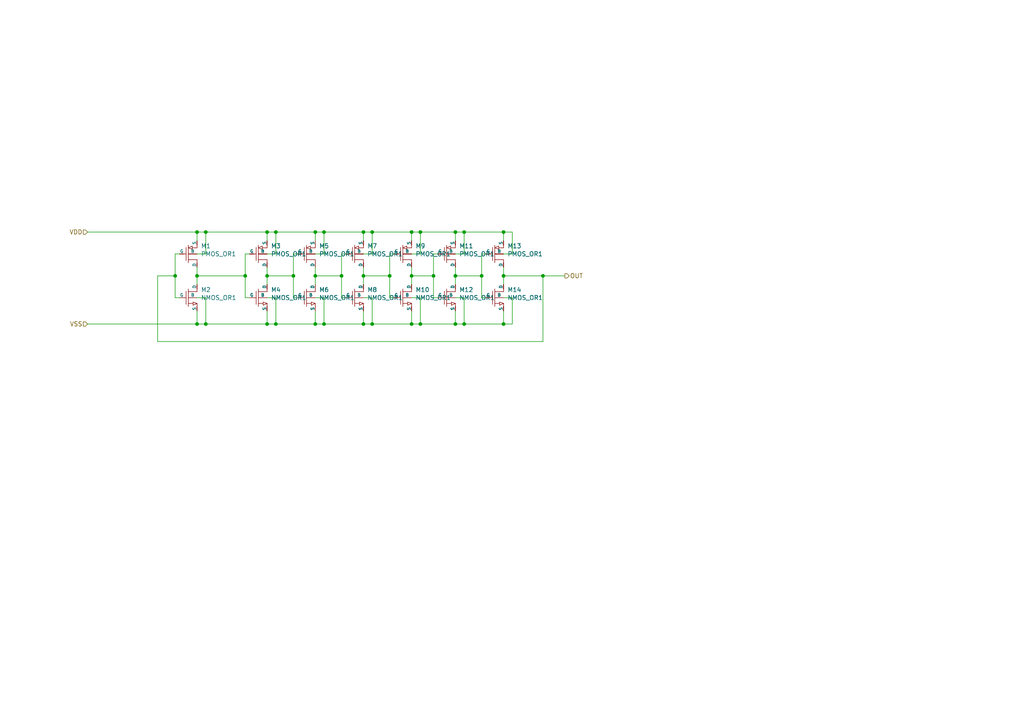
<source format=kicad_sch>
(kicad_sch (version 20230121) (generator eeschema)
  (paper "A4")
  (lib_symbols
    (symbol "OR1Symbols.lib:NMOS_OR1" (pin_numbers hide) (pin_names (offset 0))
      (property "Reference" "M" (at 8.89 5.08 0))
      (property "Value" "NMOS_OR1" (at 8.89 2.54 0))
      (symbol "NMOS_OR1_0_1"
        (polyline (pts (xy 0 0) (xy 1.905 0)))
        (polyline (pts (xy 1.905 1.905) (xy 1.905 -1.905)))
        (polyline (pts (xy 2.54 -2.54) (xy 2.54 2.54)))
        (polyline (pts (xy 2.54 -1.651) (xy 3.937 -1.651)))
        (polyline (pts (xy 2.54 0) (xy 5.08 0)))
        (polyline (pts (xy 2.54 1.778) (xy 5.08 1.778)))
        (polyline (pts (xy 3.937 -2.159) (xy 3.937 -1.27)))
        (polyline (pts (xy 3.937 -1.27) (xy 5.08 -1.651)))
        (polyline (pts (xy 5.08 -1.651) (xy 3.937 -2.159)))
        (polyline (pts (xy 5.08 -1.651) (xy 5.08 -3.81)))
        (polyline (pts (xy 5.08 1.778) (xy 5.08 3.81)))
      )
      (symbol "NMOS_OR1_1_1"
        (pin passive line (at 5.08 3.81 270) (length 1.27) (name "D") (number "1"))
        (pin passive line (at 0 0 0) (length 1.27) (name "G") (number "2"))
        (pin passive line (at 5.08 -3.81 90) (length 1.27) (name "S") (number "3"))
        (pin passive line (at 5.08 0 180) (length 2.54) (name "B") (number "4"))
      )
    )
    (symbol "OR1Symbols.lib:PMOS_OR1" (pin_numbers hide) (pin_names (offset 0))
      (property "Reference" "M" (at 8.89 5.08 0))
      (property "Value" "PMOS_OR1" (at 8.89 2.54 0))
      (symbol "PMOS_OR1_0_1"
        (polyline (pts (xy 0 0) (xy 1.905 0)))
        (polyline (pts (xy 1.905 1.905) (xy 1.905 -1.905)))
        (polyline (pts (xy 2.54 -2.54) (xy 2.54 2.54)))
        (polyline (pts (xy 2.54 -1.651) (xy 5.08 -1.651)))
        (polyline (pts (xy 2.54 0) (xy 5.08 0)))
        (polyline (pts (xy 2.54 1.778) (xy 3.683 2.286)))
        (polyline (pts (xy 3.683 1.397) (xy 2.54 1.778)))
        (polyline (pts (xy 3.683 1.397) (xy 3.683 2.286)))
        (polyline (pts (xy 3.683 1.778) (xy 5.08 1.778)))
        (polyline (pts (xy 5.08 -1.651) (xy 5.08 -3.81)))
        (polyline (pts (xy 5.08 1.778) (xy 5.08 3.81)))
      )
      (symbol "PMOS_OR1_1_1"
        (pin passive line (at 5.08 -3.81 90) (length 1.27) (name "D") (number "1"))
        (pin passive line (at 0 0 0) (length 1.27) (name "G") (number "2"))
        (pin passive line (at 5.08 3.81 270) (length 1.27) (name "S") (number "3"))
        (pin passive line (at 5.08 0 180) (length 2.54) (name "B") (number "4"))
      )
    )
  )
  (junction (at 119.38 93.98))
  (junction (at 132.08 93.98))
  (junction (at 134.62 93.98))
  (junction (at 57.15 93.98))
  (junction (at 134.62 67.31))
  (junction (at 85.09 80.01))
  (junction (at 93.98 67.31))
  (junction (at 105.41 80.01))
  (junction (at 146.05 93.98))
  (junction (at 57.15 80.01))
  (junction (at 107.95 93.98))
  (junction (at 105.41 67.31))
  (junction (at 107.95 67.31))
  (junction (at 125.73 80.01))
  (junction (at 121.92 67.31))
  (junction (at 146.05 67.31))
  (junction (at 59.69 93.98))
  (junction (at 80.01 93.98))
  (junction (at 146.05 80.01))
  (junction (at 119.38 80.01))
  (junction (at 139.7 80.01))
  (junction (at 77.47 67.31))
  (junction (at 93.98 93.98))
  (junction (at 57.15 67.31))
  (junction (at 157.48 80.01))
  (junction (at 91.44 93.98))
  (junction (at 132.08 67.31))
  (junction (at 121.92 93.98))
  (junction (at 59.69 67.31))
  (junction (at 105.41 93.98))
  (junction (at 80.01 67.31))
  (junction (at 50.8 80.01))
  (junction (at 99.06 80.01))
  (junction (at 77.47 93.98))
  (junction (at 71.12 80.01))
  (junction (at 119.38 67.31))
  (junction (at 77.47 80.01))
  (junction (at 91.44 80.01))
  (junction (at 91.44 67.31))
  (junction (at 132.08 80.01))
  (junction (at 113.03 80.01))
  (wire (pts (xy 119.38 80.01) (xy 125.73 80.01)))
  (wire (pts (xy 132.08 67.31) (xy 132.08 69.85)))
  (wire (pts (xy 105.41 93.98) (xy 107.95 93.98)))
  (wire (pts (xy 132.08 67.31) (xy 134.62 67.31)))
  (wire (pts (xy 105.41 67.31) (xy 107.95 67.31)))
  (wire (pts (xy 105.41 80.01) (xy 105.41 82.55)))
  (wire (pts (xy 121.92 67.31) (xy 121.92 73.66)))
  (wire (pts (xy 57.15 69.85) (xy 57.15 67.31)))
  (wire (pts (xy 93.98 73.66) (xy 91.44 73.66)))
  (wire (pts (xy 125.73 80.01) (xy 125.73 86.36)))
  (wire (pts (xy 100.33 73.66) (xy 99.06 73.66)))
  (wire (pts (xy 71.12 80.01) (xy 71.12 86.36)))
  (wire (pts (xy 77.47 80.01) (xy 85.09 80.01)))
  (wire (pts (xy 119.38 67.31) (xy 121.92 67.31)))
  (wire (pts (xy 91.44 77.47) (xy 91.44 80.01)))
  (wire (pts (xy 134.62 93.98) (xy 146.05 93.98)))
  (wire (pts (xy 146.05 77.47) (xy 146.05 80.01)))
  (wire (pts (xy 134.62 86.36) (xy 132.08 86.36)))
  (wire (pts (xy 105.41 90.17) (xy 105.41 93.98)))
  (wire (pts (xy 157.48 80.01) (xy 163.83 80.01)))
  (wire (pts (xy 71.12 86.36) (xy 72.39 86.36)))
  (wire (pts (xy 139.7 73.66) (xy 139.7 80.01)))
  (wire (pts (xy 107.95 86.36) (xy 105.41 86.36)))
  (wire (pts (xy 127 73.66) (xy 125.73 73.66)))
  (wire (pts (xy 146.05 93.98) (xy 146.05 90.17)))
  (wire (pts (xy 121.92 67.31) (xy 132.08 67.31)))
  (wire (pts (xy 85.09 73.66) (xy 85.09 80.01)))
  (wire (pts (xy 91.44 67.31) (xy 91.44 69.85)))
  (wire (pts (xy 45.72 80.01) (xy 50.8 80.01)))
  (wire (pts (xy 86.36 73.66) (xy 85.09 73.66)))
  (wire (pts (xy 107.95 67.31) (xy 119.38 67.31)))
  (wire (pts (xy 80.01 93.98) (xy 91.44 93.98)))
  (wire (pts (xy 148.59 73.66) (xy 146.05 73.66)))
  (wire (pts (xy 119.38 67.31) (xy 119.38 69.85)))
  (wire (pts (xy 77.47 80.01) (xy 77.47 82.55)))
  (wire (pts (xy 105.41 80.01) (xy 113.03 80.01)))
  (wire (pts (xy 50.8 80.01) (xy 50.8 86.36)))
  (wire (pts (xy 157.48 99.06) (xy 45.72 99.06)))
  (wire (pts (xy 105.41 77.47) (xy 105.41 80.01)))
  (wire (pts (xy 72.39 73.66) (xy 71.12 73.66)))
  (wire (pts (xy 91.44 93.98) (xy 93.98 93.98)))
  (wire (pts (xy 121.92 86.36) (xy 119.38 86.36)))
  (wire (pts (xy 134.62 73.66) (xy 132.08 73.66)))
  (wire (pts (xy 57.15 80.01) (xy 57.15 82.55)))
  (wire (pts (xy 59.69 67.31) (xy 59.69 73.66)))
  (wire (pts (xy 99.06 86.36) (xy 100.33 86.36)))
  (wire (pts (xy 77.47 67.31) (xy 80.01 67.31)))
  (wire (pts (xy 157.48 80.01) (xy 157.48 99.06)))
  (wire (pts (xy 139.7 86.36) (xy 140.97 86.36)))
  (wire (pts (xy 134.62 86.36) (xy 134.62 93.98)))
  (wire (pts (xy 148.59 67.31) (xy 146.05 67.31)))
  (wire (pts (xy 80.01 73.66) (xy 77.47 73.66)))
  (wire (pts (xy 132.08 80.01) (xy 139.7 80.01)))
  (wire (pts (xy 113.03 80.01) (xy 113.03 86.36)))
  (wire (pts (xy 59.69 86.36) (xy 57.15 86.36)))
  (wire (pts (xy 91.44 80.01) (xy 91.44 82.55)))
  (wire (pts (xy 80.01 93.98) (xy 80.01 86.36)))
  (wire (pts (xy 80.01 67.31) (xy 91.44 67.31)))
  (wire (pts (xy 99.06 73.66) (xy 99.06 80.01)))
  (wire (pts (xy 125.73 73.66) (xy 125.73 80.01)))
  (wire (pts (xy 119.38 90.17) (xy 119.38 93.98)))
  (wire (pts (xy 91.44 80.01) (xy 99.06 80.01)))
  (wire (pts (xy 59.69 67.31) (xy 77.47 67.31)))
  (wire (pts (xy 132.08 90.17) (xy 132.08 93.98)))
  (wire (pts (xy 57.15 90.17) (xy 57.15 93.98)))
  (wire (pts (xy 107.95 67.31) (xy 107.95 73.66)))
  (wire (pts (xy 45.72 80.01) (xy 45.72 99.06)))
  (wire (pts (xy 77.47 90.17) (xy 77.47 93.98)))
  (wire (pts (xy 93.98 93.98) (xy 105.41 93.98)))
  (wire (pts (xy 132.08 77.47) (xy 132.08 80.01)))
  (wire (pts (xy 59.69 73.66) (xy 57.15 73.66)))
  (wire (pts (xy 77.47 77.47) (xy 77.47 80.01)))
  (wire (pts (xy 146.05 67.31) (xy 146.05 69.85)))
  (wire (pts (xy 148.59 86.36) (xy 146.05 86.36)))
  (wire (pts (xy 57.15 77.47) (xy 57.15 80.01)))
  (wire (pts (xy 113.03 86.36) (xy 114.3 86.36)))
  (wire (pts (xy 93.98 67.31) (xy 93.98 73.66)))
  (wire (pts (xy 146.05 80.01) (xy 157.48 80.01)))
  (wire (pts (xy 114.3 73.66) (xy 113.03 73.66)))
  (wire (pts (xy 25.4 93.98) (xy 57.15 93.98)))
  (wire (pts (xy 134.62 67.31) (xy 146.05 67.31)))
  (wire (pts (xy 93.98 86.36) (xy 91.44 86.36)))
  (wire (pts (xy 59.69 93.98) (xy 77.47 93.98)))
  (wire (pts (xy 57.15 93.98) (xy 59.69 93.98)))
  (wire (pts (xy 113.03 73.66) (xy 113.03 80.01)))
  (wire (pts (xy 121.92 73.66) (xy 119.38 73.66)))
  (wire (pts (xy 77.47 93.98) (xy 80.01 93.98)))
  (wire (pts (xy 85.09 86.36) (xy 86.36 86.36)))
  (wire (pts (xy 148.59 73.66) (xy 148.59 67.31)))
  (wire (pts (xy 107.95 93.98) (xy 119.38 93.98)))
  (wire (pts (xy 99.06 80.01) (xy 99.06 86.36)))
  (wire (pts (xy 50.8 86.36) (xy 52.07 86.36)))
  (wire (pts (xy 134.62 73.66) (xy 134.62 67.31)))
  (wire (pts (xy 119.38 80.01) (xy 119.38 82.55)))
  (wire (pts (xy 146.05 80.01) (xy 146.05 82.55)))
  (wire (pts (xy 132.08 93.98) (xy 134.62 93.98)))
  (wire (pts (xy 107.95 73.66) (xy 105.41 73.66)))
  (wire (pts (xy 80.01 67.31) (xy 80.01 73.66)))
  (wire (pts (xy 91.44 67.31) (xy 93.98 67.31)))
  (wire (pts (xy 119.38 77.47) (xy 119.38 80.01)))
  (wire (pts (xy 140.97 73.66) (xy 139.7 73.66)))
  (wire (pts (xy 121.92 86.36) (xy 121.92 93.98)))
  (wire (pts (xy 107.95 86.36) (xy 107.95 93.98)))
  (wire (pts (xy 91.44 90.17) (xy 91.44 93.98)))
  (wire (pts (xy 52.07 73.66) (xy 50.8 73.66)))
  (wire (pts (xy 77.47 69.85) (xy 77.47 67.31)))
  (wire (pts (xy 148.59 93.98) (xy 146.05 93.98)))
  (wire (pts (xy 80.01 86.36) (xy 77.47 86.36)))
  (wire (pts (xy 59.69 93.98) (xy 59.69 86.36)))
  (wire (pts (xy 132.08 80.01) (xy 132.08 82.55)))
  (wire (pts (xy 93.98 67.31) (xy 105.41 67.31)))
  (wire (pts (xy 105.41 67.31) (xy 105.41 69.85)))
  (wire (pts (xy 50.8 73.66) (xy 50.8 80.01)))
  (wire (pts (xy 93.98 86.36) (xy 93.98 93.98)))
  (wire (pts (xy 139.7 80.01) (xy 139.7 86.36)))
  (wire (pts (xy 125.73 86.36) (xy 127 86.36)))
  (wire (pts (xy 71.12 73.66) (xy 71.12 80.01)))
  (wire (pts (xy 119.38 93.98) (xy 121.92 93.98)))
  (wire (pts (xy 85.09 80.01) (xy 85.09 86.36)))
  (wire (pts (xy 25.4 67.31) (xy 57.15 67.31)))
  (wire (pts (xy 57.15 67.31) (xy 59.69 67.31)))
  (wire (pts (xy 121.92 93.98) (xy 132.08 93.98)))
  (wire (pts (xy 148.59 86.36) (xy 148.59 93.98)))
  (wire (pts (xy 57.15 80.01) (xy 71.12 80.01)))
  (hierarchical_label "VSS" (shape input) (at 25.4 93.98 180))
  (hierarchical_label "VDD" (shape input) (at 25.4 67.31 180))
  (hierarchical_label "OUT" (shape output) (at 163.83 80.01 0))
  (symbol (lib_id "OR1Symbols.lib:PMOS_OR1") (at 52.07 73.66 0) (unit 1)
    (property "Reference" "M1" (at 58.2676 71.3486 0) (effects (justify left)))
    (property "Value" "PMOS_OR1" (at 58.2676 73.66 0) (effects (justify left)))
    (property "Sim.Device" "SPICE" (effects hide))
    (property "Sim.Params" "type=\"M\" model=\"PMOS_OR1 l=1u w=6u\" lib=\"\"" (effects hide))
    (property "Sim.Pins" "1=1 2=2 3=3 4=4" (effects hide))
  )
  (symbol (lib_id "OR1Symbols.lib:NMOS_OR1") (at 52.07 86.36 0) (unit 1)
    (property "Reference" "M2" (at 58.2676 84.0486 0) (effects (justify left)))
    (property "Value" "NMOS_OR1" (at 58.2676 86.36 0) (effects (justify left)))
    (property "Sim.Device" "SPICE" (effects hide))
    (property "Sim.Params" "type=\"M\" model=\"NMOS_OR1 l=1u w=2u\" lib=\"\"" (effects hide))
    (property "Sim.Pins" "1=1 2=2 3=3 4=4" (effects hide))
  )
  (symbol (lib_id "OR1Symbols.lib:PMOS_OR1") (at 72.39 73.66 0) (unit 1)
    (property "Reference" "M3" (at 78.5876 71.3486 0) (effects (justify left)))
    (property "Value" "PMOS_OR1" (at 78.5876 73.66 0) (effects (justify left)))
    (property "Sim.Device" "SPICE" (effects hide))
    (property "Sim.Params" "type=\"M\" model=\"PMOS_OR1 l=1u w=6u\" lib=\"\"" (effects hide))
    (property "Sim.Pins" "1=1 2=2 3=3 4=4" (effects hide))
  )
  (symbol (lib_id "OR1Symbols.lib:NMOS_OR1") (at 72.39 86.36 0) (unit 1)
    (property "Reference" "M4" (at 78.5876 84.0486 0) (effects (justify left)))
    (property "Value" "NMOS_OR1" (at 78.5876 86.36 0) (effects (justify left)))
    (property "Sim.Device" "SPICE" (effects hide))
    (property "Sim.Params" "type=\"M\" model=\"NMOS_OR1 l=1u w=2u\" lib=\"\"" (effects hide))
    (property "Sim.Pins" "1=1 2=2 3=3 4=4" (effects hide))
  )
  (symbol (lib_id "OR1Symbols.lib:PMOS_OR1") (at 86.36 73.66 0) (unit 1)
    (property "Reference" "M5" (at 92.5576 71.3486 0) (effects (justify left)))
    (property "Value" "PMOS_OR1" (at 92.5576 73.66 0) (effects (justify left)))
    (property "Sim.Device" "SPICE" (effects hide))
    (property "Sim.Params" "type=\"M\" model=\"PMOS_OR1 l=1u w=6u\" lib=\"\"" (effects hide))
    (property "Sim.Pins" "1=1 2=2 3=3 4=4" (effects hide))
  )
  (symbol (lib_id "OR1Symbols.lib:NMOS_OR1") (at 86.36 86.36 0) (unit 1)
    (property "Reference" "M6" (at 92.5576 84.0486 0) (effects (justify left)))
    (property "Value" "NMOS_OR1" (at 92.5576 86.36 0) (effects (justify left)))
    (property "Sim.Device" "SPICE" (effects hide))
    (property "Sim.Params" "type=\"M\" model=\"NMOS_OR1 l=1u w=2u\" lib=\"\"" (effects hide))
    (property "Sim.Pins" "1=1 2=2 3=3 4=4" (effects hide))
  )
  (symbol (lib_id "OR1Symbols.lib:PMOS_OR1") (at 100.33 73.66 0) (unit 1)
    (property "Reference" "M7" (at 106.5276 71.3486 0) (effects (justify left)))
    (property "Value" "PMOS_OR1" (at 106.5276 73.66 0) (effects (justify left)))
    (property "Sim.Device" "SPICE" (effects hide))
    (property "Sim.Params" "type=\"M\" model=\"PMOS_OR1 l=1u w=6u\" lib=\"\"" (effects hide))
    (property "Sim.Pins" "1=1 2=2 3=3 4=4" (effects hide))
  )
  (symbol (lib_id "OR1Symbols.lib:NMOS_OR1") (at 100.33 86.36 0) (unit 1)
    (property "Reference" "M8" (at 106.5276 84.0486 0) (effects (justify left)))
    (property "Value" "NMOS_OR1" (at 106.5276 86.36 0) (effects (justify left)))
    (property "Sim.Device" "SPICE" (effects hide))
    (property "Sim.Params" "type=\"M\" model=\"NMOS_OR1 l=1u w=2u\" lib=\"\"" (effects hide))
    (property "Sim.Pins" "1=1 2=2 3=3 4=4" (effects hide))
  )
  (symbol (lib_id "OR1Symbols.lib:PMOS_OR1") (at 114.3 73.66 0) (unit 1)
    (property "Reference" "M9" (at 120.4976 71.3486 0) (effects (justify left)))
    (property "Value" "PMOS_OR1" (at 120.4976 73.66 0) (effects (justify left)))
    (property "Sim.Device" "SPICE" (effects hide))
    (property "Sim.Params" "type=\"M\" model=\"PMOS_OR1 l=1u w=6u\" lib=\"\"" (effects hide))
    (property "Sim.Pins" "1=1 2=2 3=3 4=4" (effects hide))
  )
  (symbol (lib_id "OR1Symbols.lib:NMOS_OR1") (at 114.3 86.36 0) (unit 1)
    (property "Reference" "M10" (at 120.4976 84.0486 0) (effects (justify left)))
    (property "Value" "NMOS_OR1" (at 120.4976 86.36 0) (effects (justify left)))
    (property "Sim.Device" "SPICE" (effects hide))
    (property "Sim.Params" "type=\"M\" model=\"NMOS_OR1 l=1u w=2u\" lib=\"\"" (effects hide))
    (property "Sim.Pins" "1=1 2=2 3=3 4=4" (effects hide))
  )
  (symbol (lib_id "OR1Symbols.lib:PMOS_OR1") (at 127 73.66 0) (unit 1)
    (property "Reference" "M11" (at 133.1976 71.3486 0) (effects (justify left)))
    (property "Value" "PMOS_OR1" (at 133.1976 73.66 0) (effects (justify left)))
    (property "Sim.Device" "SPICE" (effects hide))
    (property "Sim.Params" "type=\"M\" model=\"PMOS_OR1 l=1u w=6u\" lib=\"\"" (effects hide))
    (property "Sim.Pins" "1=1 2=2 3=3 4=4" (effects hide))
  )
  (symbol (lib_id "OR1Symbols.lib:NMOS_OR1") (at 127 86.36 0) (unit 1)
    (property "Reference" "M12" (at 133.1976 84.0486 0) (effects (justify left)))
    (property "Value" "NMOS_OR1" (at 133.1976 86.36 0) (effects (justify left)))
    (property "Sim.Device" "SPICE" (effects hide))
    (property "Sim.Params" "type=\"M\" model=\"NMOS_OR1 l=1u w=2u\" lib=\"\"" (effects hide))
    (property "Sim.Pins" "1=1 2=2 3=3 4=4" (effects hide))
  )
  (symbol (lib_id "OR1Symbols.lib:PMOS_OR1") (at 140.97 73.66 0) (unit 1)
    (property "Reference" "M13" (at 147.1676 71.3486 0) (effects (justify left)))
    (property "Value" "PMOS_OR1" (at 147.1676 73.66 0) (effects (justify left)))
    (property "Sim.Device" "SPICE" (effects hide))
    (property "Sim.Params" "type=\"M\" model=\"PMOS_OR1 l=1u w=6u\" lib=\"\"" (effects hide))
    (property "Sim.Pins" "1=1 2=2 3=3 4=4" (effects hide))
  )
  (symbol (lib_id "OR1Symbols.lib:NMOS_OR1") (at 140.97 86.36 0) (unit 1)
    (property "Reference" "M14" (at 147.1676 84.0486 0) (effects (justify left)))
    (property "Value" "NMOS_OR1" (at 147.1676 86.36 0) (effects (justify left)))
    (property "Sim.Device" "SPICE" (effects hide))
    (property "Sim.Params" "type=\"M\" model=\"NMOS_OR1 l=1u w=2u\" lib=\"\"" (effects hide))
    (property "Sim.Pins" "1=1 2=2 3=3 4=4" (effects hide))
  )
)
</source>
